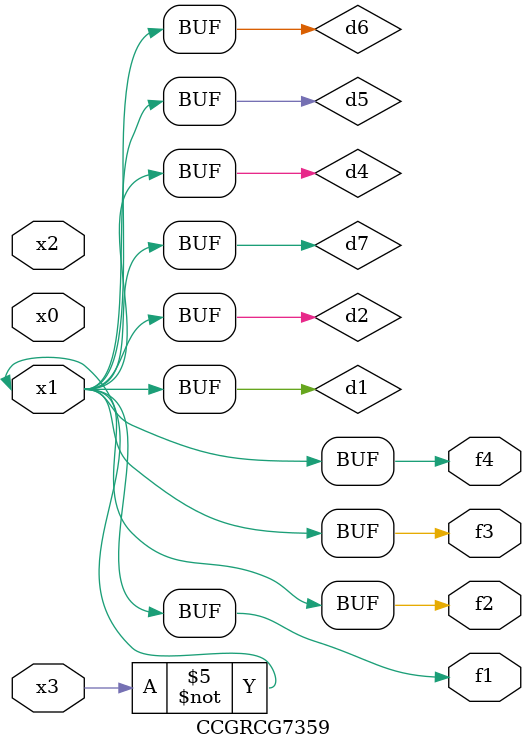
<source format=v>
module CCGRCG7359(
	input x0, x1, x2, x3,
	output f1, f2, f3, f4
);

	wire d1, d2, d3, d4, d5, d6, d7;

	not (d1, x3);
	buf (d2, x1);
	xnor (d3, d1, d2);
	nor (d4, d1);
	buf (d5, d1, d2);
	buf (d6, d4, d5);
	nand (d7, d4);
	assign f1 = d6;
	assign f2 = d7;
	assign f3 = d6;
	assign f4 = d6;
endmodule

</source>
